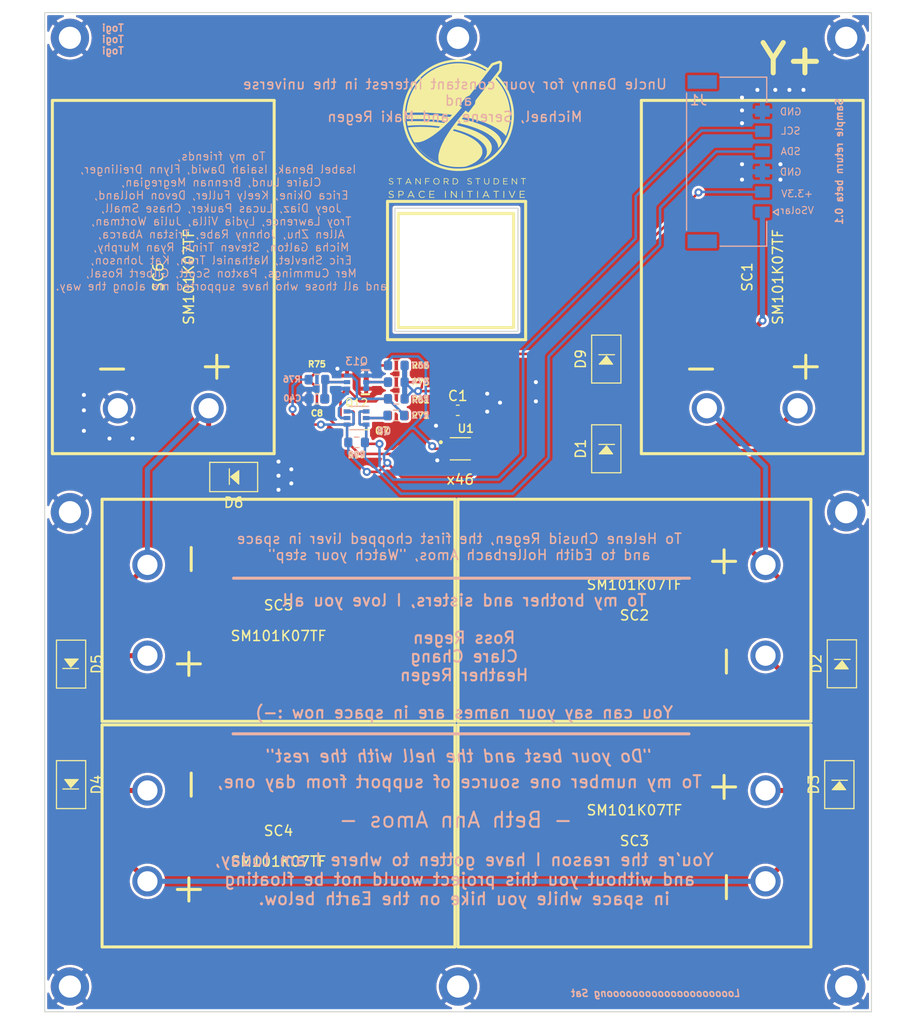
<source format=kicad_pcb>
(kicad_pcb (version 20221018) (generator pcbnew)
  (layers (0 "F.Cu" signal) (31 "B.Cu" signal) (34 "B.Paste" user) (35 "F.Paste" user) (36 "B.SilkS" user "B.Silkscreen") (37 "F.SilkS" user "F.Silkscreen") (38 "B.Mask" user) (39 "F.Mask" user) (44 "Edge.Cuts" user))
  (net 0 "")
  (net 1 "GND")
  (net 2 "+3V3")
  (net 3 "VSOLAR")
  (net 4 "SCL")
  (net 5 "SDA")
  (net 6 "SCL_SUN")
  (net 7 "Net-(Q12B-G1)")
  (net 8 "SDA_SUN")
  (net 9 "Net-(Q13B-G1)")
  (net 10 "Net-(D1-K)")
  (net 11 "Net-(D1-A)")
  (net 12 "Net-(D2-A)")
  (net 13 "Net-(D3-A)")
  (net 14 "Net-(D4-A)")
  (net 15 "Net-(D5-A)")
  (net 18 "Net-(Q7A-B1)")
  (net 19 "Net-(Q12A-D1)")
  (net 20 "Net-(Q8A-B1)")
  (net 21 "Net-(Q13A-D1)")
  (net 22 "Net-(Q12A-G2)")
  (net 23 "Net-(Q13A-G2)")
  (footprint "panels:SM101K07TF" (layer "F.Cu") (at 166.116 102.87)
    (fp_text reference "SC2" (at 0 0.5) (layer "F.SilkS"))
    (fp_text value "SM101K07TF" (at 0 -2.54) (layer "F.SilkS"))
    (fp_text user "+" (at 8.89 -5.08) (layer "F.SilkS") (effects (font (size 3 3) (thickness 0.3))))
    (fp_text user "-" (at 8.89 5.08 90) (layer "F.SilkS") (effects (font (size 3 3) (thickness 0.3))))
    (pad "1" thru_hole circle locked (at 13 -4.5) (size 3 3) (drill 2) (layers "*.Cu" "*.Mask") (net 11 "Net-(D1-A)"))
    (pad "2" thru_hole circle locked (at 13 4.5) (size 3 3) (drill 2) (layers "*.Cu" "*.Mask") (net 12 "Net-(D2-A)"))
  )
  (footprint "panels:SM101K07TF" (layer "F.Cu") (at 119.38 69.85 -90)
    (fp_text reference "SC6" (at 0 0.5 -90) (layer "F.SilkS"))
    (fp_text value "SM101K07TF" (at 0 -2.54 -90) (layer "F.SilkS"))
    (fp_text user "+" (at 8.89 -5.08 -90) (layer "F.SilkS") (effects (font (size 3 3) (thickness 0.3))))
    (fp_text user "-" (at 8.89 5.08) (layer "F.SilkS") (effects (font (size 3 3) (thickness 0.3))))
    (pad "1" thru_hole circle locked (at 13 -4.5 270) (size 3 3) (drill 2) (layers "*.Cu" "*.Mask") (net 15 "Net-(D5-A)"))
    (pad "2" thru_hole circle locked (at 13 4.5 270) (size 3 3) (drill 2) (layers "*.Cu" "*.Mask") (net 1 "GND"))
  )
  (footprint "panels:SM101K07TF" (layer "F.Cu") (at 166.116 125.222)
    (fp_text reference "SC3" (at 0 0.5) (layer "F.SilkS"))
    (fp_text value "SM101K07TF" (at 0 -2.54) (layer "F.SilkS"))
    (fp_text user "-" (at 8.89 5.08 90) (layer "F.SilkS") (effects (font (size 3 3) (thickness 0.3))))
    (fp_text user "+" (at 8.89 -5.08) (layer "F.SilkS") (effects (font (size 3 3) (thickness 0.3))))
    (pad "1" thru_hole circle locked (at 13 -4.5) (size 3 3) (drill 2) (layers "*.Cu" "*.Mask") (net 12 "Net-(D2-A)"))
    (pad "2" thru_hole circle locked (at 13 4.5) (size 3 3) (drill 2) (layers "*.Cu" "*.Mask") (net 13 "Net-(D3-A)"))
  )
  (footprint "panels:DO-214AC" (layer "F.Cu") (at 110.236 120.142 90)
    (fp_text reference "D4" (at 0 2.54 90) (layer "F.SilkS"))
    (fp_text value "CDBA240LL-HF")
    (pad "1" smd rect locked (at -2 0 90) (size 2.5 1.7) (layers "F.Cu" "F.Paste" "F.Mask") (net 13 "Net-(D3-A)"))
    (pad "2" smd rect locked (at 2 0 90) (size 2.5 1.7) (layers "F.Cu" "F.Paste" "F.Mask") (net 14 "Net-(D4-A)"))
  )
  (footprint "panels:DO-214AC" (layer "F.Cu") (at 110.236 108.204 90)
    (fp_text reference "D5" (at 0 2.54 90) (layer "F.SilkS"))
    (fp_text value "CDBA240LL-HF")
    (pad "1" smd rect locked (at -2 0 90) (size 2.5 1.7) (layers "F.Cu" "F.Paste" "F.Mask") (net 14 "Net-(D4-A)"))
    (pad "2" smd rect locked (at 2 0 90) (size 2.5 1.7) (layers "F.Cu" "F.Paste" "F.Mask") (net 15 "Net-(D5-A)"))
  )
  (footprint "panels:DO-214AC" (layer "F.Cu") (at 186.69 108.172 -90)
    (fp_text reference "D2" (at 0 2.54 -90) (layer "F.SilkS"))
    (fp_text value "CDBA240LL-HF")
    (pad "1" smd rect locked (at -2 0 270) (size 2.5 1.7) (layers "F.Cu" "F.Paste" "F.Mask") (net 11 "Net-(D1-A)"))
    (pad "2" smd rect locked (at 2 0 270) (size 2.5 1.7) (layers "F.Cu" "F.Paste" "F.Mask") (net 12 "Net-(D2-A)"))
  )
  (footprint "panels:DO-214AC" (layer "F.Cu") (at 186.436 120.142 -90)
    (fp_text reference "D3" (at 0 2.54 -90) (layer "F.SilkS"))
    (fp_text value "CDBA240LL-HF")
    (pad "1" smd rect locked (at -2 0 270) (size 2.5 1.7) (layers "F.Cu" "F.Paste" "F.Mask") (net 12 "Net-(D2-A)"))
    (pad "2" smd rect locked (at 2 0 270) (size 2.5 1.7) (layers "F.Cu" "F.Paste" "F.Mask") (net 13 "Net-(D3-A)"))
  )
  (footprint "panels:DO-214AC" (layer "F.Cu") (at 163.322 77.978 -90)
    (fp_text reference "D9" (at 0 2.54 -90) (layer "F.SilkS"))
    (fp_text value "CDBA240LL-HF")
    (pad "1" smd rect locked (at -2 0 270) (size 2.5 1.7) (layers "F.Cu" "F.Paste" "F.Mask") (net 3 "VSOLAR"))
    (pad "2" smd rect locked (at 2 0 270) (size 2.5 1.7) (layers "F.Cu" "F.Paste" "F.Mask") (net 10 "Net-(D1-K)"))
  )
  (footprint "panels:DO-214AC" (layer "F.Cu") (at 163.322 86.868 -90)
    (fp_text reference "D1" (at 0 2.54 -90) (layer "F.SilkS"))
    (fp_text value "CDBA240LL-HF")
    (pad "1" smd rect locked (at -2 0 270) (size 2.5 1.7) (layers "F.Cu" "F.Paste" "F.Mask") (net 10 "Net-(D1-K)"))
    (pad "2" smd rect locked (at 2 0 270) (size 2.5 1.7) (layers "F.Cu" "F.Paste" "F.Mask") (net 11 "Net-(D1-A)"))
  )
  (footprint "panels:DO-214AC" (layer "F.Cu") (at 126.365 89.662)
    (fp_text reference "D6" (at 0 2.54) (layer "F.SilkS"))
    (fp_text value "CDBA240LL-HF")
    (pad "1" smd rect (at -2 0) (size 2.5 1.7) (layers "F.Cu" "F.Paste" "F.Mask") (net 15 "Net-(D5-A)"))
    (pad "2" smd rect (at 2 0) (size 2.5 1.7) (layers "F.Cu" "F.Paste" "F.Mask") (net 1 "GND"))
  )
  (footprint "MountingHole:MountingHole_2.2mm_M2_DIN965_Pad_TopBottom" (layer "F.Cu") (at 110.12 46.15)
    (fp_text reference "H1")
    (fp_text value "MountingHole_Pad")
    (pad "1" thru_hole circle (at 0 0) (size 2.6 2.6) (drill 2.2) (layers "*.Cu" "*.Mask") (net 1 "GND"))
    (pad "1" connect circle (at 0 0) (size 3.8 3.8) (layers "F.Cu" "F.Mask") (net 1 "GND"))
    (pad "1" connect circle (at 0 0) (size 3.8 3.8) (layers "B.Cu" "B.Mask") (net 1 "GND"))
  )
  (footprint "MountingHole:MountingHole_2.2mm_M2_DIN965_Pad_TopBottom" (layer "F.Cu") (at 148.62 46.15)
    (fp_text reference "H2")
    (fp_text value "MountingHole_Pad")
    (pad "1" thru_hole circle (at 0 0) (size 2.6 2.6) (drill 2.2) (layers "*.Cu" "*.Mask") (net 1 "GND"))
    (pad "1" connect circle (at 0 0) (size 3.8 3.8) (layers "F.Cu" "F.Mask") (net 1 "GND"))
    (pad "1" connect circle (at 0 0) (size 3.8 3.8) (layers "B.Cu" "B.Mask") (net 1 "GND"))
  )
  (footprint "MountingHole:MountingHole_2.2mm_M2_DIN965_Pad_TopBottom" (layer "F.Cu") (at 187.12 46.15)
    (fp_text reference "H3")
    (fp_text value "MountingHole_Pad")
    (pad "1" thru_hole circle (at 0 0) (size 2.6 2.6) (drill 2.2) (layers "*.Cu" "*.Mask") (net 1 "GND"))
    (pad "1" connect circle (at 0 0) (size 3.8 3.8) (layers "F.Cu" "F.Mask") (net 1 "GND"))
    (pad "1" connect circle (at 0 0) (size 3.8 3.8) (layers "B.Cu" "B.Mask") (net 1 "GND"))
  )
  (footprint "MountingHole:MountingHole_2.2mm_M2_DIN965_Pad_TopBottom" (layer "F.Cu") (at 187.12 93.15)
    (fp_text reference "H4")
    (fp_text value "MountingHole_Pad")
    (pad "1" thru_hole circle (at 0 0) (size 2.6 2.6) (drill 2.2) (layers "*.Cu" "*.Mask") (net 1 "GND"))
    (pad "1" connect circle (at 0 0) (size 3.8 3.8) (layers "F.Cu" "F.Mask") (net 1 "GND"))
    (pad "1" connect circle (at 0 0) (size 3.8 3.8) (layers "B.Cu" "B.Mask") (net 1 "GND"))
  )
  (footprint "MountingHole:MountingHole_2.2mm_M2_DIN965_Pad_TopBottom" (layer "F.Cu") (at 187.12 140.15)
    (fp_text reference "H5")
    (fp_text value "MountingHole_Pad")
    (pad "1" thru_hole circle (at 0 0) (size 2.6 2.6) (drill 2.2) (layers "*.Cu" "*.Mask") (net 1 "GND"))
    (pad "1" connect circle (at 0 0) (size 3.8 3.8) (layers "F.Cu" "F.Mask") (net 1 "GND"))
    (pad "1" connect circle (at 0 0) (size 3.8 3.8) (layers "B.Cu" "B.Mask") (net 1 "GND"))
  )
  (footprint "MountingHole:MountingHole_2.2mm_M2_DIN965_Pad_TopBottom" (layer "F.Cu") (at 148.62 140.15)
    (fp_text reference "H6")
    (fp_text value "MountingHole_Pad")
    (pad "1" thru_hole circle (at 0 0) (size 2.6 2.6) (drill 2.2) (layers "*.Cu" "*.Mask") (net 1 "GND"))
    (pad "1" connect circle (at 0 0) (size 3.8 3.8) (layers "F.Cu" "F.Mask") (net 1 "GND"))
    (pad "1" connect circle (at 0 0) (size 3.8 3.8) (layers "B.Cu" "B.Mask") (net 1 "GND"))
  )
  (footprint "MountingHole:MountingHole_2.2mm_M2_DIN965_Pad_TopBottom" (layer "F.Cu") (at 110.12 140.15)
    (fp_text reference "H7")
    (fp_text value "MountingHole_Pad")
    (pad "1" thru_hole circle (at 0 0) (size 2.6 2.6) (drill 2.2) (layers "*.Cu" "*.Mask") (net 1 "GND"))
    (pad "1" connect circle (at 0 0) (size 3.8 3.8) (layers "F.Cu" "F.Mask") (net 1 "GND"))
    (pad "1" connect circle (at 0 0) (size 3.8 3.8) (layers "B.Cu" "B.Mask") (net 1 "GND"))
  )
  (footprint "MountingHole:MountingHole_2.2mm_M2_DIN965_Pad_TopBottom" (layer "F.Cu") (at 110.12 93.15)
    (fp_text reference "H8")
    (fp_text value "MountingHole_Pad")
    (pad "1" thru_hole circle (at 0 0) (size 2.6 2.6) (drill 2.2) (layers "*.Cu" "*.Mask") (net 1 "GND"))
    (pad "1" connect circle (at 0 0) (size 3.8 3.8) (layers "F.Cu" "F.Mask") (net 1 "GND"))
    (pad "1" connect circle (at 0 0) (size 3.8 3.8) (layers "B.Cu" "B.Mask") (net 1 "GND"))
  )
  (footprint "panels:SM101K07TF" (layer "F.Cu") (at 177.8 69.85 -90)
    (fp_text reference "SC1" (at 0 0.5 -90) (layer "F.SilkS"))
    (fp_text value "SM101K07TF" (at 0 -2.54 -90) (layer "F.SilkS"))
    (fp_text user "-" (at 8.89 5.08) (layer "F.SilkS") (effects (font (size 3 3) (thickness 0.3))))
    (fp_text user "+" (at 8.89 -5.08 -90) (layer "F.SilkS") (effects (font (size 3 3) (thickness 0.3))))
    (pad "1" thru_hole circle locked (at 13 -4.5 270) (size 3 3) (drill 2) (layers "*.Cu" "*.Mask") (net 10 "Net-(D1-K)"))
    (pad "2" thru_hole circle locked (at 13 4.5 270) (size 3 3) (drill 2) (layers "*.Cu" "*.Mask") (net 11 "Net-(D1-A)"))
  )
  (footprint "panels:SM101K07TF" (layer "F.Cu") (at 130.81 125.222 180)
    (fp_text reference "SC4" (at 0 0.5 180) (layer "F.SilkS"))
    (fp_text value "SM101K07TF" (at 0 -2.54 180) (layer "F.SilkS"))
    (fp_text user "-" (at 8.89 5.08 270) (layer "F.SilkS") (effects (font (size 3 3) (thickness 0.3))))
    (fp_text user "+" (at 8.89 -5.08 180) (layer "F.SilkS") (effects (font (size 3 3) (thickness 0.3))))
    (pad "1" thru_hole circle locked (at 13 -4.5 180) (size 3 3) (drill 2) (layers "*.Cu" "*.Mask") (net 13 "Net-(D3-A)"))
    (pad "2" thru_hole circle locked (at 13 4.5 180) (size 3 3) (drill 2) (layers "*.Cu" "*.Mask") (net 14 "Net-(D4-A)"))
  )
  (footprint "panels:SM101K07TF" (layer "F.Cu") (at 130.81 102.87 180)
    (fp_text reference "SC5" (at 0 0.5 180) (layer "F.SilkS"))
    (fp_text value "SM101K07TF" (at 0 -2.54 180) (layer "F.SilkS"))
    (fp_text user "-" (at 8.89 5.08 270) (layer "F.SilkS") (effects (font (size 3 3) (thickness 0.3))))
    (fp_text user "+" (at 8.89 -5.08 180) (layer "F.SilkS") (effects (font (size 3 3) (thickness 0.3))))
    (pad "1" thru_hole circle locked (at 13 -4.5 180) (size 3 3) (drill 2) (layers "*.Cu" "*.Mask") (net 14 "Net-(D4-A)"))
    (pad "2" thru_hole circle locked (at 13 4.5 180) (size 3 3) (drill 2) (layers "*.Cu" "*.Mask") (net 15 "Net-(D5-A)"))
  )
  (footprint "Resistor_SMD:R_0603_1608Metric" (layer "F.Cu") (at 142.494 80.264 180)
    (fp_text reference "R73" (at -2.413 0) (layer "F.SilkS") (effects (font (size 0.6 0.6))))
    (fp_text value "100K")
    (pad "1" smd roundrect (at -0.825 0 180) (size 0.8 0.95) (layers "F.Cu" "F.Paste" "F.Mask") (net 2 "+3V3"))
    (pad "2" smd roundrect (at 0.825 0 180) (size 0.8 0.95) (layers "F.Cu" "F.Paste" "F.Mask") (net 22 "Net-(Q12A-G2)"))
  )
  (footprint "Capacitor_SMD:C_0603_1608Metric" (layer "F.Cu") (at 148.59 83.058)
    (fp_text reference "C1" (at 0 -1.43) (layer "F.SilkS"))
    (fp_text value "100nF")
    (pad "1" smd roundrect (at -0.775 0) (size 0.9 0.95) (layers "F.Cu" "F.Paste" "F.Mask") (net 2 "+3V3"))
    (pad "2" smd roundrect (at 0.775 0) (size 0.9 0.95) (layers "F.Cu" "F.Paste" "F.Mask") (net 1 "GND"))
  )
  (footprint "panels:BSS138DWQ-7" (layer "F.Cu") (at 138.557 80.264 180)
    (fp_text reference "Q12" (at 0 -2.06 180) (layer "F.SilkS") (effects (font (size 0.762 0.762) (thickness 0.127))))
    (fp_text value "BSS138DWQ-7" hide)
    (pad "1" smd rect (at -0.95 -0.65 270) (size 0.4 0.6) (layers "F.Cu" "F.Paste" "F.Mask") (net 1 "GND"))
    (pad "2" smd rect (at -0.95 0 270) (size 0.4 0.6) (layers "F.Cu" "F.Paste" "F.Mask") (net 22 "Net-(Q12A-G2)"))
    (pad "3" smd rect (at -0.95 0.65 270) (size 0.4 0.6) (layers "F.Cu" "F.Paste" "F.Mask") (net 22 "Net-(Q12A-G2)"))
    (pad "4" smd rect (at 0.95 0.65 270) (size 0.4 0.6) (layers "F.Cu" "F.Paste" "F.Mask") (net 1 "GND"))
    (pad "5" smd rect (at 0.95 0 270) (size 0.4 0.6) (layers "F.Cu" "F.Paste" "F.Mask") (net 7 "Net-(Q12B-G1)"))
    (pad "6" smd rect (at 0.95 -0.65 270) (size 0.4 0.6) (layers "F.Cu" "F.Paste" "F.Mask") (net 19 "Net-(Q12A-D1)"))
  )
  (footprint "Resistor_SMD:R_0603_1608Metric" (layer "F.Cu") (at 138.557 86.233)
    (fp_text reference "R97" (at 0 1.27) (layer "F.SilkS") (effects (font (size 0.6 0.6))))
    (fp_text value "0")
    (pad "1" smd roundrect (at -0.825 0) (size 0.8 0.95) (layers "F.Cu" "F.Paste" "F.Mask") (net 6 "SCL_SUN"))
    (pad "2" smd roundrect (at 0.825 0) (size 0.8 0.95) (layers "F.Cu" "F.Paste" "F.Mask") (net 4 "SCL"))
  )
  (footprint "Capacitor_SMD:C_0603_1608Metric" (layer "F.Cu") (at 134.62 81.915 180)
    (fp_text reference "C8" (at 0 -1.43) (layer "F.SilkS") (effects (font (size 0.6 0.6))))
    (fp_text value "10nF")
    (pad "1" smd roundrect (at -0.775 0 180) (size 0.9 0.95) (layers "F.Cu" "F.Paste" "F.Mask") (net 7 "Net-(Q12B-G1)"))
    (pad "2" smd roundrect (at 0.775 0 180) (size 0.9 0.95) (layers "F.Cu" "F.Paste" "F.Mask") (net 1 "GND"))
  )
  (footprint "Resistor_SMD:R_0603_1608Metric" (layer "F.Cu") (at 134.62 80.01)
    (fp_text reference "R75" (at 0 -1.524) (layer "F.SilkS") (effects (font (size 0.6 0.6))))
    (fp_text value "200K")
    (pad "1" smd roundrect (at -0.825 0) (size 0.8 0.95) (layers "F.Cu" "F.Paste" "F.Mask") (net 6 "SCL_SUN"))
    (pad "2" smd roundrect (at 0.825 0) (size 0.8 0.95) (layers "F.Cu" "F.Paste" "F.Mask") (net 7 "Net-(Q12B-G1)"))
  )
  (footprint "Resistor_SMD:R_0603_1608Metric" (layer "F.Cu") (at 142.494 78.613 180)
    (fp_text reference "R66" (at -2.413 0) (layer "F.SilkS") (effects (font (size 0.6 0.6))))
    (fp_text value "10K")
    (pad "1" smd roundrect (at -0.825 0 180) (size 0.8 0.95) (layers "F.Cu" "F.Paste" "F.Mask") (net 2 "+3V3"))
    (pad "2" smd roundrect (at 0.825 0 180) (size 0.8 0.95) (layers "F.Cu" "F.Paste" "F.Mask") (net 6 "SCL_SUN"))
  )
  (footprint "Resistor_SMD:R_0603_1608Metric" (layer "F.Cu") (at 142.494 81.915 180)
    (fp_text reference "R61" (at -2.413 -0.127) (layer "F.SilkS") (effects (font (size 0.6 0.6))))
    (fp_text value "10K")
    (pad "1" smd roundrect (at -0.825 0 180) (size 0.8 0.95) (layers "F.Cu" "F.Paste" "F.Mask") (net 2 "+3V3"))
    (pad "2" smd roundrect (at 0.825 0 180) (size 0.8 0.95) (layers "F.Cu" "F.Paste" "F.Mask") (net 19 "Net-(Q12A-D1)"))
  )
  (footprint "Package_TO_SOT_SMD:SOT-363_SC-70-6" (layer "F.Cu") (at 138.557 83.82 180)
    (fp_text reference "Q7" (at -2.54 -1.27) (layer "F.SilkS") (effects (font (size 0.7 0.7))))
    (fp_text value "MBT2222ADW1T1")
    (pad "1" smd rect (at -0.95 -0.65 180) (size 0.65 0.4) (layers "F.Cu" "F.Paste" "F.Mask") (net 4 "SCL"))
    (pad "2" smd rect (at -0.95 0 180) (size 0.65 0.4) (layers "F.Cu" "F.Paste" "F.Mask") (net 18 "Net-(Q7A-B1)"))
    (pad "3" smd rect (at -0.95 0.65 180) (size 0.65 0.4) (layers "F.Cu" "F.Paste" "F.Mask") (net 4 "SCL"))
    (pad "4" smd rect (at 0.95 0.65 180) (size 0.65 0.4) (layers "F.Cu" "F.Paste" "F.Mask") (net 6 "SCL_SUN"))
    (pad "5" smd rect (at 0.95 0 180) (size 0.65 0.4) (layers "F.Cu" "F.Paste" "F.Mask") (net 19 "Net-(Q12A-D1)"))
    (pad "6" smd rect (at 0.95 -0.65 180) (size 0.65 0.4) (layers "F.Cu" "F.Paste" "F.Mask") (net 6 "SCL_SUN"))
  )
  (footprint "Resistor_SMD:R_0603_1608Metric" (layer "F.Cu") (at 142.494 83.566)
    (fp_text reference "R71" (at 2.413 0) (layer "F.SilkS") (effects (font (size 0.6 0.6))))
    (fp_text value "680")
    (pad "1" smd roundrect (at -0.825 0) (size 0.8 0.95) (layers "F.Cu" "F.Paste" "F.Mask") (net 18 "Net-(Q7A-B1)"))
    (pad "2" smd roundrect (at 0.825 0) (size 0.8 0.95) (layers "F.Cu" "F.Paste" "F.Mask") (net 19 "Net-(Q12A-D1)"))
  )
  (footprint "panels:OPT3001" (layer "F.Cu") (at 148.844 86.868)
    (fp_text reference "U1" (at 0.54 -2.008) (layer "F.SilkS") (effects (font (size 0.8 0.8))))
    (fp_text value "OPT3001DNPT")
    (pad "1" smd rect (at -0.995 -0.65) (size 0.74 0.27) (layers "F.Cu" "F.Paste" "F.Mask") (net 2 "+3V3"))
    (pad "2" smd rect (at -0.995 0) (size 0.74 0.27) (layers "F.Cu" "F.Paste" "F.Mask") (net 8 "SDA_SUN"))
    (pad "3" smd rect (at -0.995 0.65) (size 0.74 0.27) (layers "F.Cu" "F.Paste" "F.Mask") (net 1 "GND"))
    (pad "4" smd rect (at 0.995 0.65) (size 0.74 0.27) (layers "F.Cu" "F.Paste" "F.Mask") (net 6 "SCL_SUN"))
    (pad "5" smd rect (at 0.995 0) (size 0.74 0.27) (layers "F.Cu" "F.Paste" "F.Mask"))
    (pad "6" smd rect (at 0.995 -0.65) (size 0.74 0.27) (layers "F.Cu" "F.Paste" "F.Mask") (net 8 "SDA_SUN"))
    (pad "7" smd rect (at 0 0) (size 0.65 1.35) (layers "F.Cu" "F.Mask") (net 1 "GND"))
  )
  (footprint "sapling:AP.12F_Taoglas" (layer "F.Cu") (at 148.971 61.087)
    (fp_text reference "REF**" hide)
    (fp_text value "AP.12F_Taoglas")
  )
  (footprint "LOGO" (layer "F.Cu") (at 148.53 55.33)
    (fp_text reference "G***" hide)
    (fp_text value "LOGO")
  )
  (footprint "panels:MOLEX_2053380006" (layer "B.Cu") (at 175.26 58.42 -90)
    (fp_text reference "J1" (at -6.096 2.794 -180) (layer "B.SilkS") (effects (justify mirror)))
    (fp_text value "Conn_01x06")
    (pad "1" smd rect (at 5 -3.55 270) (size 1.1 1.45) (layers "B.Cu" "B.Paste") (net 3 "VSOLAR"))
    (pad "2" smd rect (at 3 -3.55 270) (size 1.1 1.45) (layers "B.Cu" "B.Paste") (net 2 "+3V3"))
    (pad "3" smd rect (at 1 -3.55 270) (size 1.1 1.45) (layers "B.Cu" "B.Paste") (net 1 "GND"))
    (pad "4" smd rect (at -1 -3.55 270) (size 1.1 1.45) (layers "B.Cu" "B.Paste") (net 5 "SDA"))
    (pad "5" smd rect (at -3 -3.55 270) (size 1.1 1.45) (layers "B.Cu" "B.Paste") (net 4 "SCL"))
    (pad "6" smd rect (at -5 -3.55 270) (size 1.1 1.45) (layers "B.Cu" "B.Paste") (net 1 "GND"))
    (pad "S1" smd rect (at 7.895 2.425 270) (size 1.35 2.9) (layers "B.Cu" "B.Paste"))
    (pad "S2" smd rect (at -7.895 2.425 270) (size 1.35 2.9) (layers "B.Cu" "B.Paste"))
  )
  (footprint "Resistor_SMD:R_0603_1608Metric" (layer "B.Cu") (at 142.494 81.915 180)
    (fp_text reference "R62" (at -2.3876 0) (layer "B.SilkS") (effects (font (size 0.6 0.6)) (justify mirror)))
    (fp_text value "10K")
    (pad "1" smd roundrect (at -0.825 0 180) (size 0.8 0.95) (layers "B.Cu" "B.Paste" "B.Mask") (net 2 "+3V3"))
    (pad "2" smd roundrect (at 0.825 0 180) (size 0.8 0.95) (layers "B.Cu" "B.Paste" "B.Mask") (net 21 "Net-(Q13A-D1)"))
  )
  (footprint "Resistor_SMD:R_0603_1608Metric" (layer "B.Cu") (at 138.557 86.233)
    (fp_text reference "R98" (at 0.0254 1.2192) (layer "B.SilkS") (effects (font (size 0.6 0.6)) (justify mirror)))
    (fp_text value "0")
    (pad "1" smd roundrect (at -0.825 0) (size 0.8 0.95) (layers "B.Cu" "B.Paste" "B.Mask") (net 8 "SDA_SUN"))
    (pad "2" smd roundrect (at 0.825 0) (size 0.8 0.95) (layers "B.Cu" "B.Paste" "B.Mask") (net 5 "SDA"))
  )
  (footprint "Package_TO_SOT_SMD:SOT-363_SC-70-6" (layer "B.Cu") (at 138.557 83.82 180)
    (fp_text reference "Q8" (at -2.7178 -1.2954) (layer "B.SilkS") (effects (font (size 0.7 0.7)) (justify mirror)))
    (fp_text value "MBT2222ADW1T1")
    (pad "1" smd rect (at -0.95 0.65 180) (size 0.65 0.4) (layers "B.Cu" "B.Paste" "B.Mask") (net 5 "SDA"))
    (pad "2" smd rect (at -0.95 0 180) (size 0.65 0.4) (layers "B.Cu" "B.Paste" "B.Mask") (net 20 "Net-(Q8A-B1)"))
    (pad "3" smd rect (at -0.95 -0.65 180) (size 0.65 0.4) (layers "B.Cu" "B.Paste" "B.Mask") (net 5 "SDA"))
    (pad "4" smd rect (at 0.95 -0.65 180) (size 0.65 0.4) (layers "B.Cu" "B.Paste" "B.Mask") (net 8 "SDA_SUN"))
    (pad "5" smd rect (at 0.95 0 180) (size 0.65 0.4) (layers "B.Cu" "B.Paste" "B.Mask") (net 21 "Net-(Q13A-D1)"))
    (pad "6" smd rect (at 0.95 0.65 180) (size 0.65 0.4) (layers "B.Cu" "B.Paste" "B.Mask") (net 8 "SDA_SUN"))
  )
  (footprint "Resistor_SMD:R_0603_1608Metric" (layer "B.Cu") (at 134.62 80.01)
    (fp_text reference "R76" (at -2.4892 -0.0254) (layer "B.SilkS") (effects (font (size 0.6 0.6)) (justify mirror)))
    (fp_text value "200K")
    (pad "1" smd roundrect (at -0.825 0) (size 0.8 0.95) (layers "B.Cu" "B.Paste" "B.Mask") (net 8 "SDA_SUN"))
    (pad "2" smd roundrect (at 0.825 0) (size 0.8 0.95) (layers "B.Cu" "B.Paste" "B.Mask") (net 9 "Net-(Q13B-G1)"))
  )
  (footprint "panels:BSS138DWQ-7" (layer "B.Cu") (at 138.557 80.264 180)
    (fp_text reference "Q13" (at 0 2.06) (layer "B.SilkS") (effects (font (size 0.762 0.762) (thickness 0.127)) (justify mirror)))
    (fp_text value "BSS138DWQ-7" hide)
    (pad "1" smd rect (at -0.95 0.65 90) (size 0.4 0.6) (layers "B.Cu" "B.Paste" "B.Mask") (net 1 "GND"))
    (pad "2" smd rect (at -0.95 0 90) (size 0.4 0.6) (layers "B.Cu" "B.Paste" "B.Mask") (net 23 "Net-(Q13A-G2)"))
    (pad "3" smd rect (at -0.95 -0.65 90) (size 0.4 0.6) (layers "B.Cu" "B.Paste" "B.Mask") (net 23 "Net-(Q13A-G2)"))
    (pad "4" smd rect (at 0.95 -0.65 90) (size 0.4 0.6) (layers "B.Cu" "B.Paste" "B.Mask") (net 1 "GND"))
    (pad "5" smd rect (at 0.95 0 90) (size 0.4 0.6) (layers "B.Cu" "B.Paste" "B.Mask") (net 9 "Net-(Q13B-G1)"))
    (pad "6" smd rect (at 0.95 0.65 90) (size 0.4 0.6) (layers "B.Cu" "B.Paste" "B.Mask") (net 21 "Net-(Q13A-D1)"))
  )
  (footprint "Resistor_SMD:R_0603_1608Metric" (layer "B.Cu") (at 142.494 78.613 180)
    (fp_text reference "R67" (at -2.3876 0) (layer "B.SilkS") (effects (font (size 0.6 0.6)) (justify mirror)))
    (fp_text value "10K")
    (pad "1" smd roundrect (at -0.825 0 180) (size 0.8 0.95) (layers "B.Cu" "B.Paste" "B.Mask") (net 2 "+3V3"))
    (pad "2" smd roundrect (at 0.825 0 180) (size 0.8 0.95) (layers "B.Cu" "B.Paste" "B.Mask") (net 8 "SDA_SUN"))
  )
  (footprint "Capacitor_SMD:C_0603_1608Metric" (layer "B.Cu") (at 134.62 81.915 180)
    (fp_text reference "C40" (at 2.4384 0.0508) (layer "B.SilkS") (effects (font (size 0.6 0.6)) (justify mirror)))
    (fp_text value "10nF")
    (pad "1" smd roundrect (at -0.775 0 180) (size 0.9 0.95) (layers "B.Cu" "B.Paste" "B.Mask") (net 9 "Net-(Q13B-G1)"))
    (pad "2" smd roundrect (at 0.775 0 180) (size 0.9 0.95) (layers "B.Cu" "B.Paste" "B.Mask") (net 1 "GND"))
  )
  (footprint "Resistor_SMD:R_0603_1608Metric" (layer "B.Cu") (at 142.494 80.264 180)
    (fp_text reference "R74" (at -2.3876 0.0762) (layer "B.SilkS") (effects (font (size 0.6 0.6)) (justify mirror)))
    (fp_text value "100K")
    (pad "1" smd roundrect (at -0.825 0 180) (size 0.8 0.95) (layers "B.Cu" "B.Paste" "B.Mask") (net 2 "+3V3"))
    (pad "2" smd roundrect (at 0.825 0 180) (size 0.8 0.95) (layers "B.Cu" "B.Paste" "B.Mask") (net 23 "Net-(Q13A-G2)"))
  )
  (footprint "Resistor_SMD:R_0603_1608Metric" (layer "B.Cu") (at 142.431 83.566)
    (fp_text reference "R72" (at 2.4506 -0.0254) (layer "B.SilkS") (effects (font (size 0.6 0.6)) (justify mirror)))
    (fp_text value "680")
    (pad "1" smd roundrect (at -0.825 0) (size 0.8 0.95) (layers "B.Cu" "B.Paste" "B.Mask") (net 20 "Net-(Q8A-B1)"))
    (pad "2" smd roundrect (at 0.825 0) (size 0.8 0.95) (layers "B.Cu" "B.Paste" "B.Mask") (net 21 "Net-(Q13A-D1)"))
  )
  (gr_line (start 126.35 99.69) (end 171.57 99.69) (stroke (width 0.3)) (layer "B.SilkS"))
  (gr_line (start 126.3 115.11) (end 171.52 115.11) (stroke (width 0.3)) (layer "B.SilkS"))
  (gr_line (start 107.62 43.65) (end 189.62 43.65) (stroke (width 0.1)) (layer "Edge.Cuts"))
  (gr_line (start 189.62 142.65) (end 107.62 142.65) (stroke (width 0.1)) (layer "Edge.Cuts"))
  (gr_line (start 189.62 43.65) (end 189.62 142.65) (stroke (width 0.1)) (layer "Edge.Cuts"))
  (gr_line (start 107.62 142.65) (end 107.62 43.65) (stroke (width 0.1)) (layer "Edge.Cuts"))
  (gr_line (start 154.56 75.23) (end 154.56 63.03) (stroke (width 0.1)) (layer "Edge.Cuts"))
  (gr_line (start 142.36 63.03) (end 154.56 63.03) (stroke (width 0.1)) (layer "Edge.Cuts"))
  (gr_line (start 142.36 75.23) (end 154.56 75.23) (stroke (width 0.1)) (layer "Edge.Cuts"))
  (gr_line (start 142.36 63.03) (end 142.36 75.23) (stroke (width 0.1)) (layer "Edge.Cuts"))
  (gr_text "VSolar" (at 182.245 63.246) (layer "B.SilkS") (effects (font (size 0.7 0.7) (thickness 0.1)) (justify mirror)))
  (gr_text "Togi\nTogi\nTogi" (at 114.38 46.3) (layer "B.SilkS") (effects (font (size 0.7 0.7)) (justify mirror)))
  (gr_text "+3.3V" (at 182.245 61.595) (layer "B.SilkS") (effects (font (size 0.7 0.7) (thickness 0.1)) (justify mirror)))
  (gr_text "GND" (at 181.61 53.467) (layer "B.SilkS") (effects (font (size 0.7 0.7) (thickness 0.1)) (justify mirror)))
  (gr_text "Uncle Danny for your constant interest in the universe\nand \nMichael, Serene, and Maki Regen\n" (at 148.3 52.36) (layer "B.SilkS") (effects (font (size 1 1)) (justify mirror)))
  (gr_text "SDA" (at 181.61 57.404) (layer "B.SilkS") (effects (font (size 0.7 0.7) (thickness 0.1)) (justify mirror)))
  (gr_text "To my brother and sisters, I love you all\n\nRoss Regen\nClare Chang\nHeather Regen\n\nYou can say your names are in space now :-)" (at 149.22 107.44) (layer "B.SilkS") (effects (font (size 1.15 1.15) (thickness 0.2)) (justify mirror)))
  (gr_text "To my number one source of support from day one,\n\n \n\nYou're the reason I have gotten to where I am today, \nand without you this project would not be floating\nin space while you hike on the Earth below. " (at 148.78 125.66) (layer "B.SilkS") (effects (font (size 1.2 1.2) (thickness 0.2)) (justify mirror)))
  (gr_text "To Helene Chusid Regen, the first chopped liver in space\nand to Edith Hollerbach Amos, {dblquote}Watch your step{dblquote}" (at 148.74 96.58) (layer "B.SilkS") (effects (font (size 1 1)) (justify mirror)))
  (gr_text "GND" (at 181.61 59.436) (layer "B.SilkS") (effects (font (size 0.7 0.7) (thickness 0.1)) (justify mirror)))
  (gr_text "SCL" (at 181.61 55.372) (layer "B.SilkS") (effects (font (size 0.7 0.7) (thickness 0.1)) (justify mirror)))
  (gr_text "To my friends, \nIsabel Benak, Isaiah Dawid, Flynn Dreilinger,\nClaire Lund, Brennan Megregian, \nErica Okine, Keely Fuller, Devon Holland, \nJoey Diaz, Lucas Pauker, Chase Small, \nTroy Lawrence, Lydia Villa, Julia Wortman, \nAllen Zhu, Johnny Rabe, Tristan Abarca, \nMicha Galton, Steven Trinh, Ryan Murphy, \nEric Shevlet, Nathaniel Tran, Kat Johnson, \nMer Cummings, Paxton Scott, Gilbert Rosal, \nand all those who have supported me along the way. \n" (at 124.84 64.33) (layer "B.SilkS") (effects (font (size 0.8 0.8) (thickness 0.1)) (justify mirror)))
  (gr_text "Loooooooooooooooooooong Sat" (at 168.24 140.81) (layer "B.SilkS") (effects (font (size 0.7 0.7) (thickness 0.15) italic) (justify mirror)))
  (gr_text "{dblquote}Do your best and the hell with the rest{dblquote}" (at 148.79 117.32) (layer "B.SilkS") (effects (font (size 1.2 1.2) (thickness 0.2) italic) (justify mirror)))
  (gr_text "- Beth Ann Amos -" (at 148.39 123.64) (layer "B.SilkS") (effects (font (size 1.5 1.5) (thickness 0.2)) (justify mirror)))
  (gr_text "Sample return beta 0.1" (at 186.43 58.41 90) (layer "B.SilkS") (effects (font (size 0.7 0.7)) (justify mirror)))
  (gr_text "x46" (at 148.844 89.916) (layer "F.SilkS") (effects (font (size 1 1))))
  (gr_text "Y+" (at 181.737 48.26) (layer "F.SilkS") (effects (font (size 3 3) (thickness 0.5))))
  (via (at 111.506 81.534) (size 0.8) (drill 0.4) (layers "F.Cu" "B.Cu") (net 1))
  (via (at 180.086 51.308) (size 0.8) (drill 0.4) (layers "F.Cu" "B.Cu") (net 1))
  (via (at 176.784 54.61) (size 0.8) (drill 0.4) (layers "F.Cu" "B.Cu") (net 1))
  (via (at 111.506 83.058) (size 0.8) (drill 0.4) (layers "F.Cu" "B.Cu") (net 1))
  (via (at 156.337 80.264) (size 0.8) (drill 0.4) (layers "F.Cu" "B.Cu") (net 1))
  (via (at 130.81 89.535) (size 0.8) (drill 0.4) (layers "F.Cu" "B.Cu") (net 1))
  (via (at 116.332 85.852) (size 0.8) (drill 0.4) (layers "F.Cu" "B.Cu") (net 1))
  (via (at 132.08 88.9) (size 0.8) (drill 0.4) (layers "F.Cu" "B.Cu") (net 1))
  (via (at 180.594 60.198) (size 0.8) (drill 0.4) (layers "F.Cu" "B.Cu") (net 1))
  (via (at 132.08 90.297) (size 0.8) (drill 0.4) (layers "F.Cu" "B.Cu") (net 1))
  (via (at 176.784 60.198) (size 0.8) (drill 0.4) (layers "F.Cu" "B.Cu") (net 1))
  (via (at 151.511 83.185) (size 0.8) (drill 0.4) (layers "F.Cu" "B.Cu") (net 1))
  (via (at 176.784 53.34) (size 0.8) (drill 0.4) (layers "F.Cu" "B.Cu") (net 1))
  (via (at 152.781 82.296) (size 0.8) (drill 0.4) (layers "F.Cu" "B.Cu") (net 1))
  (via (at 114.046 85.852) (size 0.8) (drill 0.4) (layers "F.Cu" "B.Cu") (net 1))
  (via (at 180.594 58.674) (size 0.8) (drill 0.4) (layers "F.Cu" "B.Cu") (net 1))
  (via (at 146.431 84.582) (size 0.8) (drill 0.4) (layers "F.Cu" "B.Cu") (net 1))
  (via (at 156.337 82.169) (size 0.8) (drill 0.4) (layers "F.Cu" "B.Cu") (net 1))
  (via (at 136.652 78.9305) (size 0.8) (drill 0.4) (layers "F.Cu" "B.Cu") (net 1))
  (via (at 176.784 58.674) (size 0.8) (drill 0.4) (layers "F.Cu" "B.Cu") (net 1))
  (via (at 176.784 52.07) (size 0.8) (drill 0.4) (layers "F.Cu" "B.Cu") (net 1))
  (via (at 182.88 51.308) (size 0.8) (drill 0.4) (layers "F.Cu" "B.Cu") (net 1))
  (via (at 111.506 85.09) (size 0.8) (drill 0.4) (layers "F.Cu" "B.Cu") (net 1))
  (via (at 146.558 88.011) (size 0.8) (drill 0.4) (layers "F.Cu" "B.Cu") (net 1))
  (via (at 130.81 88.138) (size 0.8) (drill 0.4) (layers "F.Cu" "B.Cu") (net 1))
  (via (at 181.483 51.308) (size 0.8) (drill 0.4) (layers "F.Cu" "B.Cu") (net 1))
  (via (at 130.81 90.932) (size 0.8) (drill 0.4) (layers "F.Cu" "B.Cu") (net 1))
  (via (at 151.511 81.407) (size 0.8) (drill 0.4) (layers "F.Cu" "B.Cu") (net 1))
  (via (at 178.308 51.308) (size 0.8) (drill 0.4) (layers "F.Cu" "B.Cu") (net 1))
  (segment (start 172.466 61.468) (end 172.466 61.468) (width 0.25) (layer "F.Cu") (net 2))
  (segment (start 145.034 80.772) (end 144.78 81.026) (width 0.25) (layer "F.Cu") (net 2))
  (segment (start 147.815 86.184) (end 147.849 86.218) (width 0.25) (layer "F.Cu") (net 2))
  (segment (start 147.815 83.058) (end 147.815 82.055) (width 0.25) (layer "F.Cu") (net 2))
  (segment (start 147.815 82.055) (end 152.4 77.47) (width 0.25) (layer "F.Cu") (net 2))
  (segment (start 152.4 77.47) (end 156.464 77.47) (width 0.25) (layer "F.Cu") (net 2))
  (segment (start 146.913 81.153) (end 147.815 82.055) (width 0.25) (layer "F.Cu") (net 2))
  (segment (start 144.653 81.153) (end 146.913 81.153) (width 0.25) (layer "F.Cu") (net 2))
  (segment (start 147.815 83.058) (end 147.815 86.184) (width 0.25) (layer "F.Cu") (net 2))
  (segment (start 143.319 78.613) (end 143.319 80.264) (width 0.5) (layer "F.Cu") (net 2))
  (segment (start 144.78 81.026) (end 144.653 81.153) (width 0.25) (layer "F.Cu") (net 2))
  (segment (start 145.034 80.264) (end 145.034 80.772) (width 0.25) (layer "F.Cu") (net 2))
  (segment (start 145.034 80.264) (end 143.319 80.264) (width 0.25) (layer "F.Cu") (net 2))
  (segment (start 143.319 80.264) (end 143.319 81.915) (width 0.5) (layer "F.Cu") (net 2))
  (segment (start 144.653 81.153) (end 144.653 81.153) (width 0.25) (layer "F.Cu") (net 2))
  (segment (start 156.464 77.47) (end 172.466 61.468) (width 0.25) (layer "F.Cu") (net 2))
  (via (at 144.653 81.153) (size 0.8) (drill 0.4) (layers "F.Cu" "B.Cu") (net 2))
  (via (at 172.466 61.468) (size 0.8) (drill 0.4) (layers "F.Cu" "B.Cu") (net 2))
  (segment (start 144.653 81.153) (end 144.208 81.153) (width 0.25) (layer "B.Cu") (net 2))
  (segment (start 144.653 81.153) (end 144.081 81.153) (width 0.25) (layer "B.Cu") (net 2))
  (segment (start 143.319 81.915) (end 143.319 80.264) (width 0.5) (layer "B.Cu") (net 2))
  (segment (start 143.319 80.264) (end 143.319 78.613) (width 0.5) (layer "B.Cu") (net 2))
  (segment (start 144.081 81.153) (end 143.319 81.915) (width 0.25) (layer "B.Cu") (net 2))
  (segment (start 144.208 81.153) (end 143.319 80.264) (width 0.25) (layer "B.Cu") (net 2))
  (segment (start 178.81 61.42) (end 172.514 61.42) (width 0.25) (layer "B.Cu") (net 2))
  (segment (start 172.514 61.42) (end 172.466 61.468) (width 0.25) (layer "B.Cu") (net 2))
  (segment (start 178.816 74.168) (end 178.816 74.168) (width 0.5) (layer "F.Cu") (net 3))
  (segment (start 177.006 75.978) (end 178.816 74.168) (width 0.5) (layer "F.Cu") (net 3))
  (segment (start 163.322 75.978) (end 177.006 75.978) (width 0.5) (layer "F.Cu") (net 3))
  (via (at 178.816 74.168) (size 0.8) (drill 0.4) (layers "F.Cu" "B.Cu") (net 3))
  (segment (start 178.81 74.162) (end 178.816 74.168) (width 0.5) (layer "B.Cu") (net 3))
  (segment (start 178.81 63.42) (end 178.81 74.162) (width 0.5) (layer "B.Cu") (net 3))
  (segment (start 138.856999 84.394999) (end 138.856999 83.245001) (width 0.25) (layer "F.Cu") (net 4))
  (segment (start 139.52721 86.37821) (end 139.382 86.233) (width 0.25) (layer "F.Cu") (net 4))
  (segment (start 138.856999 83.245001) (end 138.932 83.17) (width 0.25) (layer "F.Cu") (net 4))
  (segment (start 138.932 83.17) (end 139.507 83.17) (width 0.25) (layer "F.Cu") (net 4))
  (segment (start 139.507 84.47) (end 138.932 84.47) (width 0.25) (layer "F.Cu") (net 4))
  (segment (start 139.507 86.108) (end 139.382 86.233) (width 0.25) (layer "F.Cu") (net 4))
  (segment (start 139.507 84.47) (end 139.507 86.108) (width 0.25) (layer "F.Cu") (net 4))
  (segment (start 138.932 84.47) (end 138.856999 84.394999) (width 0.25) (layer "F.Cu") (net 4))
  (segment (start 140.82479 86.37821) (end 139.52721 86.37821) (width 0.25) (layer "F.Cu") (net 4))
  (via (at 140.82479 86.37821) (size 0.8) (drill 0.4) (layers "F.Cu" "B.Cu") (net 4))
  (segment (start 140.82479 86.37821) (end 140.82479 86.37821) (width 0.25) (layer "B.Cu") (net 4))
  (segment (start 152.654 89.916) (end 142.182998 89.916) (width 0.25) (layer "B.Cu") (net 4))
  (segment (start 140.82479 88.557792) (end 140.82479 86.37821) (width 0.25) (layer "B.Cu") (net 4))
  (segment (start 155.067 87.503) (end 152.654 89.916) (width 0.25) (layer "B.Cu") (net 4))
  (segment (start 142.182998 89.916) (end 140.82479 88.557792) (width 0.25) (layer "B.Cu") (net 4))
  (segment (start 155.067 87.503) (end 155.067 77.216) (width 0.25) (layer "B.Cu") (net 4))
  (segment (start 166.243 61.849) (end 172.756999 55.335001) (width 0.25) (layer "B.Cu") (net 4))
  (segment (start 172.756999 55.335001) (end 178.725001 55.335001) (width 0.25) (layer "B.Cu") (net 4))
  (segment (start 155.067 77.216) (end 166.243 66.04) (width 0.25) (layer "B.Cu") (net 4))
  (segment (start 178.725001 55.335001) (end 178.81 55.42) (width 0.25) (layer "B.Cu") (net 4))
  (segment (start 166.243 66.04) (end 166.243 61.849) (width 0.25) (layer "B.Cu") (net 4))
  (segment (start 139.507 84.47) (end 138.932 84.47) (width 0.25) (layer "B.Cu") (net 5))
  (segment (start 138.932 84.47) (end 138.856999 84.394999) (width 0.25) (layer "B.Cu") (net 5))
  (segment (start 138.856999 83.245001) (end 138.932 83.17) (width 0.25) (layer "B.Cu") (net 5))
  (segment (start 138.856999 84.394999) (end 138.856999 83.245001) (width 0.25) (layer "B.Cu") (net 5))
  (segment (start 138.932 83.17) (end 139.507 83.17) (width 0.25) (layer "B.Cu") (net 5))
  (segment (start 139.507 86.108) (end 139.382 86.233) (width 0.25) (layer "B.Cu") (net 5))
  (segment (start 139.507 84.47) (end 139.507 86.108) (width 0.25) (layer "B.Cu") (net 5))
  (segment (start 139.382 87.751412) (end 139.382 86.233) (width 0.25) (layer "B.Cu") (net 5))
  (segment (start 157.607 87.757) (end 154.051 91.313) (width 0.25) (layer "B.Cu") (net 5))
  (segment (start 142.943588 91.313) (end 139.382 87.751412) (width 0.25) (layer "B.Cu") (net 5))
  (segment (start 154.051 91.313) (end 142.943588 91.313) (width 0.25) (layer "B.Cu") (net 5))
  (segment (start 157.607 77.724) (end 168.656 66.675) (width 0.25) (layer "B.Cu") (net 5))
  (segment (start 168.656 62.992) (end 174.228 57.42) (width 0.25) (layer "B.Cu") (net 5))
  (segment (start 157.607 87.757) (end 157.607 77.724) (width 0.25) (layer "B.Cu") (net 5))
  (segment (start 174.228 57.42) (end 178.81 57.42) (width 0.25) (layer "B.Cu") (net 5))
  (segment (start 168.656 66.675) (end 168.656 62.992) (width 0.25) (layer "B.Cu") (net 5))
  (segment (start 137.732 86.297) (end 138.811 87.376) (width 0.25) (layer "F.Cu") (net 6))
  (segment (start 138.257001 83.245001) (end 138.257001 84.394999) (width 0.25) (layer "F.Cu") (net 6))
  (segment (start 138.182 84.47) (end 137.607 84.47) (width 0.25) (layer "F.Cu") (net 6))
  (segment (start 140.208 78.105) (end 135.7 78.105) (width 0.25) (layer "F.Cu") (net 6))
  (segment (start 134.62 82.677) (end 134.62 80.835) (width 0.25) (layer "F.Cu") (net 6))
  (segment (start 137.607 84.47) (end 137.607 86.108) (width 0.25) (layer "F.Cu") (net 6))
  (segment (start 137.732 86.233) (end 137.732 86.297) (width 0.25) (layer "F.Cu") (net 6))
  (segment (start 141.669 78.613) (end 140.716 78.613) (width 0.25) (layer "F.Cu") (net 6))
  (segment (start 138.257001 84.394999) (end 138.182 84.47) (width 0.25) (layer "F.Cu") (net 6))
  (segment (start 137.607 84.47) (end 136.413 84.47) (width 0.25) (layer "F.Cu") (net 6))
  (segment (start 137.607 83.17) (end 138.182 83.17) (width 0.25) (layer "F.Cu") (net 6))
  (segment (start 137.607 86.108) (end 137.732 86.233) (width 0.25) (layer "F.Cu") (net 6))
  (segment (start 140.716 78.613) (end 140.208 78.105) (width 0.25) (layer "F.Cu") (net 6))
  (segment (start 135.7 78.105) (end 135.192 78.613) (width 0.25) (layer "F.Cu") (net 6))
  (segment (start 134.62 80.835) (end 133.795 80.01) (width 0.25) (layer "F.Cu") (net 6))
  (segment (start 138.811 87.376) (end 142.367 87.376) (width 0.25) (layer "F.Cu") (net 6))
  (segment (start 136.413 84.47) (end 134.62 82.677) (width 0.25) (layer "F.Cu") (net 6))
  (segment (start 135.192 78.613) (end 133.795 80.01) (width 0.25) (layer "F.Cu") (net 6))
  (segment (start 138.182 83.17) (end 138.257001 83.245001) (width 0.25) (layer "F.Cu") (net 6))
  (segment (start 142.367 87.376) (end 142.875 86.868) (width 0.25) (layer "F.Cu") (net 6))
  (segment (start 145.415 87.376) (end 145.415 88.392) (width 0.25) (layer "F.Cu") (net 6))
  (segment (start 145.415 88.392) (end 146.05 89.027) (width 0.25) (layer "F.Cu") (net 6))
  (segment (start 142.875 86.868) (end 144.907 86.868) (width 0.25) (layer "F.Cu") (net 6))
  (segment (start 149.839 88.286) (end 149.839 87.518) (width 0.25) (layer "F.Cu") (net 6))
  (segment (start 146.05 89.027) (end 149.098 89.027) (width 0.25) (layer "F.Cu") (net 6))
  (segment (start 144.907 86.868) (end 145.415 87.376) (width 0.25) (layer "F.Cu") (net 6))
  (segment (start 149.098 89.027) (end 149.839 88.286) (width 0.25) (layer "F.Cu") (net 6))
  (segment (start 135.699 80.264) (end 135.445 80.01) (width 0.25) (layer "F.Cu") (net 7))
  (segment (start 135.395 80.06) (end 135.445 80.01) (width 0.5) (layer "F.Cu") (net 7))
  (segment (start 135.395 81.915) (end 135.395 80.06) (width 0.5) (layer "F.Cu") (net 7))
  (segment (start 137.607 80.264) (end 135.699 80.264) (width 0.25) (layer "F.Cu") (net 7))
  (segment (start 133.238 84.47) (end 132.207 83.439) (width 0.25) (layer "F.Cu") (net 8))
  (segment (start 139.573 89.154) (end 140.716 89.154) (width 0.25) (layer "F.Cu") (net 8))
  (segment (start 140.716 89.154) (end 141.605 88.265) (width 0.25) (layer "F.Cu") (net 8))
  (segment (start 132.207 83.439) (end 132.207 82.931) (width 0.25) (layer "F.Cu") (net 8))
  (segment (start 135.016 84.47) (end 133.238 84.47) (width 0.25) (layer "F.Cu") (net 8))
  (segment (start 132.207 82.931) (end 132.207 82.931) (width 0.25) (layer "F.Cu") (net 8))
  (segment (start 150.876 86.635) (end 150.459 86.218) (width 0.25) (layer "F.Cu") (net 8))
  (segment (start 149.86 89.662) (end 150.876 88.646) (width 0.25) (layer "F.Cu") (net 8))
  (segment (start 143.002 89.662) (end 149.86 89.662) (width 0.25) (layer "F.Cu") (net 8))
  (segment (start 150.876 88.646) (end 150.876 86.635) (width 0.25) (layer "F.Cu") (net 8))
  (segment (start 150.459 86.218) (end 149.839 86.218) (width 0.25) (layer "F.Cu") (net 8))
  (segment (start 141.605 88.265) (end 143.002 89.662) (width 0.25) (layer "F.Cu") (net 8))
  (segment (start 147.849 86.868) (end 146.304 86.868) (width 0.25) (layer "F.Cu") (net 8))
  (segment (start 146.304 86.868) (end 146.05 86.614) (width 0.25) (layer "F.Cu") (net 8))
  (via (at 135.016 84.47) (size 0.8) (drill 0.4) (layers "F.Cu" "B.Cu") (net 8))
  (via (at 132.207 82.931) (size 0.8) (drill 0.4) (layers "F.Cu" "B.Cu") (net 8))
  (via (at 139.573 89.154) (size 0.8) (drill 0.4) (layers "F.Cu" "B.Cu") (net 8))
  (via (at 141.605 88.265) (size 0.8) (drill 0.4) (layers "F.Cu" "B.Cu") (net 8))
  (via (at 146.05 86.614) (size 0.8) (drill 0.4) (layers "F.Cu" "B.Cu") (net 8))
  (segment (start 138.257001 83.359999) (end 138.067002 83.17) (width 0.25) (layer "B.Cu") (net 8))
  (segment (start 137.732 87.313) (end 139.573 89.154) (width 0.25) (layer "B.Cu") (net 8))
  (segment (start 137.732 86.233) (end 137.732 87.313) (width 0.25) (layer "B.Cu") (net 8))
  (segment (start 137.607 84.47) (end 135.016 84.47) (width 0.25) (layer "B.Cu") (net 8))
  (segment (start 138.182 84.47) (end 138.257001 84.394999) (width 0.25) (layer "B.Cu") (net 8))
  (segment (start 132.207 80.645) (end 132.842 80.01) (width 0.25) (layer "B.Cu") (net 8))
  (segment (start 144.653 77.724) (end 145.415 78.486) (width 0.25) (layer "B.Cu") (net 8))
  (segment (start 137.607 84.47) (end 137.607 86.108) (width 0.25) (layer "B.Cu") (net 8))
  (segment (start 141.669 78.168) (end 142.113 77.724) (width 0.25) (layer "B.Cu") (net 8))
  (segment (start 132.207 82.931) (end 132.207 80.645) (width 0.25) (layer "B.Cu") (net 8))
  (segment (start 133.795 80.01) (end 133.8326 80.01) (width 0.25) (layer "B.Cu") (net 8))
  (segment (start 141.605 88.265) (end 141.605 88.265) (width 0.25) (layer "B.Cu") (net 8))
  (segment (start 137.607 84.47) (end 138.182 84.47) (width 0.25) (layer "B.Cu") (net 8))
  (segment (start 138.067002 83.17) (end 137.607 83.17) (width 0.25) (layer "B.Cu") (net 8))
  (segment (start 141.2748 87.9348) (end 141.605 88.265) (width 0.25) (layer "B.Cu") (net 8))
  (segment (start 145.415 78.486) (end 145.415 83.312) (width 0.25) (layer "B.Cu") (net 8))
  (segment (start 142.113 77.724) (end 144.653 77.724) (width 0.25) (layer "B.Cu") (net 8))
  (segment (start 141.669 78.613) (end 141.669 78.168) (width 0.25) (layer "B.Cu") (net 8))
  (segment (start 141.2748 87.4522) (end 141.2748 87.9348) (width 0.25) (layer "B.Cu") (net 8))
  (segment (start 139.573 89.154) (end 139.573 89.154) (width 0.25) (layer "B.Cu") (net 8))
  (segment (start 132.842 80.01) (end 133.795 80.01) (width 0.25) (layer "B.Cu") (net 8))
  (segment (start 137.607 86.108) (end 137.732 86.233) (width 0.25) (layer "B.Cu") (net 8))
  (segment (start 135.016 84.47) (end 135.016 84.47) (width 0.25) (layer "B.Cu") (net 8))
  (segment (start 138.257001 84.394999) (end 138.257001 83.359999) (width 0.25) (layer "B.Cu") (net 8))
  (segment (start 146.05 86.614) (end 146.05 86.614) (width 0.25) (layer "B.Cu") (net 8))
  (segment (start 144.272 84.836) (end 146.05 86.614) (width 0.25) (layer "B.Cu") (net 8))
  (segment (start 143.891 84.836) (end 141.2748 87.4522) (width 0.25) (layer "B.Cu") (net 8))
  (segment (start 145.415 83.312) (end 143.891 84.836) (width 0.25) (layer "B.Cu") (net 8))
  (segment (start 143.891 84.836) (end 144.272 84.836) (width 0.25) (layer "B.Cu") (net 8))
  (segment (start 135.699 80.264) (end 135.445 80.01) (width 0.25) (layer "B.Cu") (net 9))
  (segment (start 135.395 80.06) (end 135.445 80.01) (width 0.5) (layer "B.Cu") (net 9))
  (segment (start 137.607 80.264) (end 135.699 80.264) (width 0.25) (layer "B.Cu") (net 9))
  (segment (start 135.395 81.915) (end 135.395 80.06) (width 0.5) (layer "B.Cu") (net 9))
  (segment (start 170.212 84.868) (end 172.466 87.122) (width 0.5) (layer "F.Cu") (net 10))
  (segment (start 163.322 84.868) (end 163.322 79.978) (width 0.5) (layer "F.Cu") (net 10))
  (segment (start 163.322 84.868) (end 170.212 84.868) (width 0.5) (layer "F.Cu") (net 10))
  (segment (start 178.028 87.122) (end 182.3 82.85) (width 0.5) (layer "F.Cu") (net 10))
  (segment (start 172.466 87.122) (end 178.028 87.122) (width 0.5) (layer "F.Cu") (net 10))
  (segment (start 186.69 105.944) (end 179.116 98.37) (width 0.5) (layer "F.Cu") (net 11))
  (segment (start 163.322 88.868) (end 169.614 88.868) (width 0.5) (layer "F.Cu") (net 11))
  (segment (start 169.614 88.868) (end 179.116 98.37) (width 0.5) (layer "F.Cu") (net 11))
  (segment (start 186.69 106.172) (end 186.69 105.944) (width 0.5) (layer "F.Cu") (net 11))
  (segment (start 179.116 98.37) (end 179.116 88.666) (width 0.5) (layer "B.Cu") (net 11))
  (segment (start 179.116 88.666) (end 173.3 82.85) (width 0.5) (layer "B.Cu") (net 11))
  (segment (start 186.69 110.172) (end 181.918 110.172) (width 0.5) (layer "F.Cu") (net 12))
  (segment (start 181.918 110.172) (end 179.116 107.37) (width 0.5) (layer "F.Cu") (net 12))
  (segment (start 186.436 110.426) (end 186.69 110.172) (width 0.5) (layer "F.Cu") (net 12))
  (segment (start 183.856 120.722) (end 186.436 118.142) (width 0.5) (layer "F.Cu") (net 12))
  (segment (start 186.436 118.142) (end 186.436 110.426) (width 0.5) (layer "F.Cu") (net 12))
  (segment (start 179.116 120.722) (end 183.856 120.722) (width 0.5) (layer "F.Cu") (net 12))
  (segment (start 110.236 122.142) (end 110.236 122.148) (width 0.5) (layer "F.Cu") (net 13))
  (segment (start 179.116 129.722) (end 186.436 122.402) (width 0.5) (layer "F.Cu") (net 13))
  (segment (start 186.436 122.402) (end 186.436 122.142) (width 0.5) (layer "F.Cu") (net 13))
  (segment (start 110.236 122.148) (end 117.81 129.722) (width 0.5) (layer "F.Cu") (net 13))
  (segment (start 117.81 129.722) (end 179.116 129.722) (width 0.5) (layer "B.Cu") (net 13))
  (segment (start 113.07 107.37) (end 110.236 110.204) (width 0.5) (layer "F.Cu") (net 14))
  (segment (start 112.816 120.722) (end 110.236 118.142) (width 0.5) (layer "F.Cu") (net 14))
  (segment (start 110.236 118.142) (end 110.236 110.204) (width 0.5) (layer "F.Cu") (net 14))
  (segment (start 117.81 120.722) (end 112.816 120.722) (width 0.5) (layer "F.Cu") (net 14))
  (segment (start 117.81 107.37) (end 113.07 107.37) (width 0.5) (layer "F.Cu") (net 14))
  (segment (start 123.88 89.177) (end 124.365 89.662) (width 0.5) (layer "F.Cu") (net 15))
  (segment (start 117.81 98.37) (end 110.236 105.944) (width 0.5) (layer "F.Cu") (net 15))
  (segment (start 110.236 105.944) (end 110.236 106.204) (width 0.5) (layer "F.Cu") (net 15))
  (segment (start 123.88 82.85) (end 123.88 89.177) (width 0.5) (layer "F.Cu") (net 15))
  (segment (start 117.81 98.37) (end 117.81 88.92) (width 0.5) (layer "B.Cu") (net 15))
  (segment (start 117.81 88.92) (end 123.88 82.85) (width 0.5) (layer "B.Cu") (net 15))
  (segment (start 141.669 83.566) (end 141.415 83.82) (width 0.25) (layer "F.Cu") (net 18))
  (segment (start 141.415 83.82) (end 139.507 83.82) (width 0.25) (layer "F.Cu") (net 18))
  (segment (start 136.956999 81.564001) (end 137.607 80.914) (width 0.25) (layer "F.Cu") (net 19))
  (segment (start 137.607 83.82) (end 137.032 83.82) (width 0.25) (layer "F.Cu") (net 19))
  (segment (start 138.608 81.915) (end 137.607 80.914) (width 0.25) (layer "F.Cu") (net 19))
  (segment (start 141.669 81.915) (end 140.716 81.915) (width 0.25) (layer "F.Cu") (net 19))
  (segment (start 143.319 83.565) (end 141.669 81.915) (width 0.25) (layer "F.Cu") (net 19))
  (segment (start 138.862 82.169) (end 138.608 81.915) (width 0.25) (layer "F.Cu") (net 19))
  (segment (start 143.319 83.566) (end 143.319 83.565) (width 0.25) (layer "F.Cu") (net 19))
  (segment (start 140.462 82.169) (end 138.862 82.169) (width 0.25) (layer "F.Cu") (net 19))
  (segment (start 140.716 81.915) (end 140.462 82.169) (width 0.25) (layer "F.Cu") (net 19))
  (segment (start 137.032 83.82) (end 136.956999 83.744999) (width 0.25) (layer "F.Cu") (net 19))
  (segment (start 136.956999 83.744999) (end 136.956999 81.564001) (width 0.25) (layer "F.Cu") (net 19))
  (segment (start 141.606 83.566) (end 141.352 83.82) (width 0.25) (layer "B.Cu") (net 20))
  (segment (start 141.352 83.82) (end 139.507 83.82) (width 0.25) (layer "B.Cu") (net 20))
  (segment (start 137.032 83.82) (end 136.8044 83.5924) (width 0.25) (layer "B.Cu") (net 21))
  (segment (start 143.256 83.502) (end 141.669 81.915) (width 0.25) (layer "B.Cu") (net 21))
  (segment (start 143.256 83.566) (end 143.256 83.502) (width 0.25) (layer "B.Cu") (net 21))
  (segment (start 138.5824 80.154398) (end 138.042002 79.614) (width 0.25) (layer "B.Cu") (net 21))
  (segment (start 138.042002 79.614) (end 137.607 79.614) (width 0.25) (layer "B.Cu") (net 21))
  (segment (start 136.8044 83.5924) (end 136.8044 82.862598) (width 0.25) (layer "B.Cu") (net 21))
  (segment (start 136.8044 82.862598) (end 137.751998 81.915) (width 0.25) (layer "B.Cu") (net 21))
  (segment (start 138.5824 81.915) (end 138.5824 80.154398) (width 0.25) (layer "B.Cu") (net 21))
  (segment (start 137.751998 81.915) (end 138.5824 81.915) (width 0.25) (layer "B.Cu") (net 21))
  (segment (start 138.5824 81.915) (end 141.669 81.915) (width 0.25) (layer "B.Cu") (net 21))
  (segment (start 137.607 83.82) (end 137.032 83.82) (width 0.25) (layer "B.Cu") (net 21))
  (segment (start 139.507 80.264) (end 141.669 80.264) (width 0.25) (layer "F.Cu") (net 22))
  (segment (start 139.507 80.264) (end 139.507 79.614) (width 0.5) (layer "F.Cu") (net 22))
  (segment (start 139.507 80.914) (end 139.507 80.264) (width 0.5) (layer "B.Cu") (net 23))
  (segment (start 141.669 80.264) (end 139.507 80.264) (width 0.25) (layer "B.Cu") (net 23))
  (zone (net 1) (net_name "GND") (layer "F.Cu") (connect_pads (clearance 0.254)) (min_thickness 0.2032) (fill yes (thermal_gap 0.254) (thermal_bridge_width 0.508))
    (polygon (pts (xy 189.738 142.748) (xy 107.442 142.748) (xy 107.442 43.434) (xy 189.738 43.434)))
  )
  (zone (net 1) (net_name "GND") (layer "B.Cu") (connect_pads (clearance 0.254)) (min_thickness 0.2032) (fill yes (thermal_gap 0.254) (thermal_bridge_width 0.508))
    (polygon (pts (xy 189.738 142.748) (xy 107.442 142.748) (xy 107.442 43.434) (xy 189.738 43.434)))
  )
)
</source>
